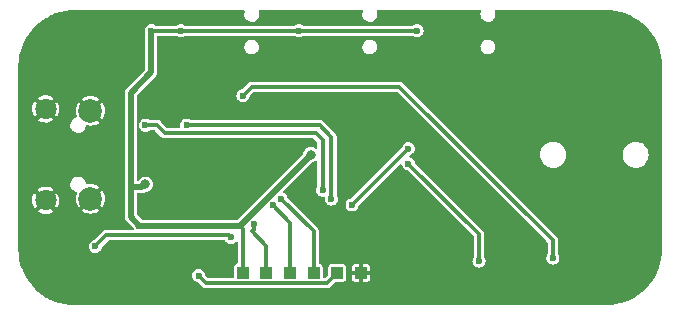
<source format=gbr>
%TF.GenerationSoftware,KiCad,Pcbnew,(6.0.0)*%
%TF.CreationDate,2022-01-19T15:31:05-06:00*%
%TF.ProjectId,microkfd,6d696372-6f6b-4666-942e-6b696361645f,C*%
%TF.SameCoordinates,Original*%
%TF.FileFunction,Copper,L2,Bot*%
%TF.FilePolarity,Positive*%
%FSLAX46Y46*%
G04 Gerber Fmt 4.6, Leading zero omitted, Abs format (unit mm)*
G04 Created by KiCad (PCBNEW (6.0.0)) date 2022-01-19 15:31:05*
%MOMM*%
%LPD*%
G01*
G04 APERTURE LIST*
%TA.AperFunction,ComponentPad*%
%ADD10C,2.000000*%
%TD*%
%TA.AperFunction,ComponentPad*%
%ADD11C,1.800000*%
%TD*%
%TA.AperFunction,SMDPad,CuDef*%
%ADD12R,1.000000X1.000000*%
%TD*%
%TA.AperFunction,ViaPad*%
%ADD13C,0.600000*%
%TD*%
%TA.AperFunction,ViaPad*%
%ADD14C,0.800000*%
%TD*%
%TA.AperFunction,Conductor*%
%ADD15C,0.375000*%
%TD*%
%TA.AperFunction,Conductor*%
%ADD16C,0.500000*%
%TD*%
G04 APERTURE END LIST*
D10*
%TO.P,J1,6,Shield*%
%TO.N,GND*%
X96350000Y-96275000D03*
X96350000Y-103725000D03*
D11*
X92550000Y-96125000D03*
X92550000Y-103875000D03*
%TD*%
D12*
%TO.P,TP1,1,1*%
%TO.N,MOSI*%
X113250000Y-110000000D03*
%TD*%
%TO.P,TP2,1,1*%
%TO.N,SCK*%
X115250000Y-110000000D03*
%TD*%
%TO.P,TP3,1,1*%
%TO.N,MISO*%
X111250000Y-110000000D03*
%TD*%
%TO.P,TP4,1,1*%
%TO.N,RST*%
X117250000Y-110000000D03*
%TD*%
%TO.P,TP5,1,1*%
%TO.N,+5V*%
X109250000Y-110000000D03*
%TD*%
%TO.P,TP6,1,1*%
%TO.N,GND*%
X119250000Y-110000000D03*
%TD*%
D13*
%TO.N,DATA_IN*%
X118500000Y-104250000D03*
X123250000Y-99500000D03*
%TO.N,GND*%
X144000000Y-92250000D03*
X140500000Y-88250000D03*
X142500000Y-89000000D03*
X143250000Y-90000000D03*
X143750000Y-91000000D03*
X141500000Y-88500000D03*
X116000000Y-96750000D03*
X111000000Y-90250000D03*
X139000000Y-112250000D03*
X120250000Y-106250000D03*
X142250000Y-111500000D03*
X141250000Y-112000000D03*
X106000000Y-112250000D03*
X121250000Y-106250000D03*
X119000000Y-97500000D03*
X106250000Y-93250000D03*
X132000000Y-112250000D03*
X93500000Y-88500000D03*
X144000000Y-100500000D03*
X140000000Y-112250000D03*
X137000000Y-112250000D03*
X134000000Y-112250000D03*
X137500000Y-88250000D03*
X117500000Y-96000000D03*
X114500000Y-96000000D03*
X119000000Y-99500000D03*
X100250000Y-107500000D03*
X134500000Y-88250000D03*
X105250000Y-93250000D03*
X143750000Y-109750000D03*
X130000000Y-112250000D03*
X119000000Y-101500000D03*
X91000000Y-107250000D03*
X107250000Y-93250000D03*
X121000000Y-90250000D03*
X112750000Y-99250000D03*
X131000000Y-90250000D03*
X104000000Y-112250000D03*
X108000000Y-112250000D03*
X144000000Y-99500000D03*
X113500000Y-96000000D03*
X127000000Y-112250000D03*
X144000000Y-107500000D03*
X91000000Y-108250000D03*
X119000000Y-100500000D03*
X128000000Y-112250000D03*
X91000000Y-101500000D03*
X121250000Y-105250000D03*
X105000000Y-112250000D03*
X111250000Y-100000000D03*
X96250000Y-93500000D03*
X91000000Y-99500000D03*
X144000000Y-102500000D03*
X114000000Y-96750000D03*
X144000000Y-106500000D03*
X99000000Y-112250000D03*
X97500000Y-93500000D03*
X116500000Y-96000000D03*
X102500000Y-102250000D03*
X102500000Y-88250000D03*
X91250000Y-109500000D03*
X103500000Y-88250000D03*
X120250000Y-105250000D03*
X135000000Y-112250000D03*
X139500000Y-88250000D03*
X122000000Y-112250000D03*
X107000000Y-112250000D03*
X144000000Y-93500000D03*
X144000000Y-108750000D03*
X144000000Y-105500000D03*
X118250000Y-99000000D03*
X103250000Y-93250000D03*
X104250000Y-93250000D03*
X121000000Y-112250000D03*
X118250000Y-100000000D03*
X92500000Y-89000000D03*
X104500000Y-102250000D03*
X144000000Y-103500000D03*
X133000000Y-112250000D03*
X95500000Y-88250000D03*
X94750000Y-100750000D03*
X125000000Y-112250000D03*
X91750000Y-89750000D03*
X109000000Y-90250000D03*
X91000000Y-91750000D03*
X102000000Y-112250000D03*
X91000000Y-106250000D03*
X138500000Y-88250000D03*
X91250000Y-90750000D03*
X103000000Y-101500000D03*
X123000000Y-112250000D03*
X135500000Y-88250000D03*
X94500000Y-88250000D03*
X131000000Y-112250000D03*
X101500000Y-88250000D03*
X98750000Y-93500000D03*
X144000000Y-104500000D03*
X129000000Y-90250000D03*
X119000000Y-112250000D03*
X126000000Y-112250000D03*
X118250000Y-101000000D03*
X115500000Y-96000000D03*
X105500000Y-102250000D03*
X124000000Y-112250000D03*
X119000000Y-90250000D03*
X96000000Y-112250000D03*
X105000000Y-101500000D03*
X118250000Y-98000000D03*
X91000000Y-102500000D03*
X91000000Y-93750000D03*
X118250000Y-102000000D03*
X129000000Y-112250000D03*
X104000000Y-101500000D03*
X91000000Y-97500000D03*
X136000000Y-112250000D03*
X101000000Y-112250000D03*
X103000000Y-112250000D03*
X91000000Y-92750000D03*
X119000000Y-98500000D03*
X143250000Y-110750000D03*
X138000000Y-112250000D03*
X109000000Y-112250000D03*
X94750000Y-103750000D03*
X117000000Y-96750000D03*
X91000000Y-100500000D03*
X100000000Y-112250000D03*
X91000000Y-98500000D03*
X110750000Y-99250000D03*
X96500000Y-88250000D03*
X115000000Y-96750000D03*
X97000000Y-112250000D03*
X111750000Y-93000000D03*
X136500000Y-88250000D03*
X144000000Y-98500000D03*
X120000000Y-112250000D03*
X98000000Y-112250000D03*
X111750000Y-99250000D03*
X144000000Y-101500000D03*
X103500000Y-102250000D03*
X95000000Y-112250000D03*
X112250000Y-100000000D03*
%TO.N,+5V*%
X124000000Y-89500000D03*
X114000000Y-89500000D03*
X101500000Y-89500000D03*
X100500000Y-106000000D03*
D14*
X115000000Y-100000000D03*
X101000000Y-102500000D03*
D13*
X104000000Y-89500000D03*
%TO.N,I2C_SDA*%
X116750000Y-103750000D03*
X104500000Y-97500000D03*
%TO.N,I2C_SCL*%
X116000000Y-103000000D03*
X101000000Y-97500000D03*
%TO.N,LED_PWR*%
X108250000Y-107000000D03*
X96750000Y-107750000D03*
%TO.N,LED_SNS*%
X129250000Y-109000000D03*
X123250000Y-100750000D03*
%TO.N,LED_ACT*%
X109250000Y-95000000D03*
X135500000Y-108750000D03*
%TO.N,MISO*%
X110155331Y-105905331D03*
%TO.N,SCK*%
X112477168Y-103727168D03*
%TO.N,MOSI*%
X111780331Y-104280331D03*
%TO.N,RST*%
X105500000Y-110250000D03*
%TD*%
D15*
%TO.N,DATA_IN*%
X123250000Y-99500000D02*
X118500000Y-104250000D01*
D16*
%TO.N,+5V*%
X101500000Y-93000000D02*
X99750000Y-94750000D01*
X109000000Y-106000000D02*
X115000000Y-100000000D01*
X99750000Y-94750000D02*
X99750000Y-102750000D01*
X99750000Y-105250000D02*
X100500000Y-106000000D01*
X99750000Y-102750000D02*
X100750000Y-102750000D01*
D15*
X114000000Y-89500000D02*
X124000000Y-89500000D01*
X109250000Y-106250000D02*
X109000000Y-106000000D01*
X104500000Y-89500000D02*
X114000000Y-89500000D01*
D16*
X100750000Y-102750000D02*
X101000000Y-102500000D01*
D15*
X104500000Y-89500000D02*
X101500000Y-89500000D01*
D16*
X99750000Y-102750000D02*
X99750000Y-105250000D01*
D15*
X109250000Y-110000000D02*
X109250000Y-106250000D01*
D16*
X101500000Y-89500000D02*
X101500000Y-93000000D01*
X100500000Y-106000000D02*
X109000000Y-106000000D01*
D15*
%TO.N,I2C_SDA*%
X116750000Y-103750000D02*
X116750000Y-98500000D01*
X116750000Y-98500000D02*
X115750000Y-97500000D01*
X115750000Y-97500000D02*
X104500000Y-97500000D01*
%TO.N,I2C_SCL*%
X102687501Y-98187501D02*
X102000000Y-97500000D01*
X116000000Y-98750000D02*
X115437501Y-98187501D01*
X102000000Y-97500000D02*
X101000000Y-97500000D01*
X115437501Y-98187501D02*
X102687501Y-98187501D01*
X116000000Y-103000000D02*
X116000000Y-98750000D01*
%TO.N,LED_PWR*%
X108062499Y-106812499D02*
X108250000Y-107000000D01*
X97687501Y-106812499D02*
X108062499Y-106812499D01*
X96750000Y-107750000D02*
X97687501Y-106812499D01*
%TO.N,LED_SNS*%
X129250000Y-106750000D02*
X129250000Y-109000000D01*
X123250000Y-100750000D02*
X129250000Y-106750000D01*
%TO.N,LED_ACT*%
X122500000Y-94250000D02*
X135500000Y-107250000D01*
X109250000Y-95000000D02*
X110000000Y-94250000D01*
X110000000Y-94250000D02*
X122500000Y-94250000D01*
X135500000Y-107250000D02*
X135500000Y-108750000D01*
%TO.N,MISO*%
X110155331Y-106344669D02*
X110000000Y-106500000D01*
X110155331Y-105905331D02*
X110155331Y-106344669D01*
X111250000Y-110000000D02*
X111250000Y-107750000D01*
X111250000Y-107750000D02*
X110000000Y-106500000D01*
%TO.N,SCK*%
X115250000Y-110000000D02*
X115250000Y-106500000D01*
X115250000Y-106500000D02*
X112477168Y-103727168D01*
%TO.N,MOSI*%
X113250000Y-110000000D02*
X113250000Y-105750000D01*
X113250000Y-105750000D02*
X111780331Y-104280331D01*
%TO.N,RST*%
X116362499Y-110887501D02*
X106137501Y-110887501D01*
X117250000Y-110000000D02*
X116362499Y-110887501D01*
X106137501Y-110887501D02*
X105500000Y-110250000D01*
%TD*%
%TA.AperFunction,Conductor*%
%TO.N,GND*%
G36*
X109387361Y-87768907D02*
G01*
X109423325Y-87818407D01*
X109423325Y-87879593D01*
X109418748Y-87891152D01*
X109403037Y-87924540D01*
X109400386Y-87930174D01*
X109370773Y-88085412D01*
X109380696Y-88243138D01*
X109429533Y-88393441D01*
X109432871Y-88398701D01*
X109432872Y-88398703D01*
X109510877Y-88521619D01*
X109514214Y-88526877D01*
X109629418Y-88635062D01*
X109634881Y-88638065D01*
X109634882Y-88638066D01*
X109762450Y-88708197D01*
X109762454Y-88708198D01*
X109767908Y-88711197D01*
X109773934Y-88712744D01*
X109773936Y-88712745D01*
X109914946Y-88748951D01*
X109914950Y-88748952D01*
X109920981Y-88750500D01*
X110039350Y-88750500D01*
X110156792Y-88735664D01*
X110303732Y-88677486D01*
X110394330Y-88611663D01*
X110426551Y-88588253D01*
X110426552Y-88588252D01*
X110431587Y-88584594D01*
X110435553Y-88579800D01*
X110435556Y-88579797D01*
X110528354Y-88467622D01*
X110532324Y-88462823D01*
X110599614Y-88319826D01*
X110629227Y-88164588D01*
X110619304Y-88006862D01*
X110577951Y-87879592D01*
X110577950Y-87818408D01*
X110613914Y-87768908D01*
X110672105Y-87750000D01*
X119329170Y-87750000D01*
X119387361Y-87768907D01*
X119423325Y-87818407D01*
X119423325Y-87879593D01*
X119418748Y-87891152D01*
X119403037Y-87924540D01*
X119400386Y-87930174D01*
X119370773Y-88085412D01*
X119380696Y-88243138D01*
X119429533Y-88393441D01*
X119432871Y-88398701D01*
X119432872Y-88398703D01*
X119510877Y-88521619D01*
X119514214Y-88526877D01*
X119629418Y-88635062D01*
X119634881Y-88638065D01*
X119634882Y-88638066D01*
X119762450Y-88708197D01*
X119762454Y-88708198D01*
X119767908Y-88711197D01*
X119773934Y-88712744D01*
X119773936Y-88712745D01*
X119914946Y-88748951D01*
X119914950Y-88748952D01*
X119920981Y-88750500D01*
X120039350Y-88750500D01*
X120156792Y-88735664D01*
X120303732Y-88677486D01*
X120394330Y-88611663D01*
X120426551Y-88588253D01*
X120426552Y-88588252D01*
X120431587Y-88584594D01*
X120435553Y-88579800D01*
X120435556Y-88579797D01*
X120528354Y-88467622D01*
X120532324Y-88462823D01*
X120599614Y-88319826D01*
X120629227Y-88164588D01*
X120619304Y-88006862D01*
X120577951Y-87879592D01*
X120577950Y-87818408D01*
X120613914Y-87768908D01*
X120672105Y-87750000D01*
X129329170Y-87750000D01*
X129387361Y-87768907D01*
X129423325Y-87818407D01*
X129423325Y-87879593D01*
X129418748Y-87891152D01*
X129403037Y-87924540D01*
X129400386Y-87930174D01*
X129370773Y-88085412D01*
X129380696Y-88243138D01*
X129429533Y-88393441D01*
X129432871Y-88398701D01*
X129432872Y-88398703D01*
X129510877Y-88521619D01*
X129514214Y-88526877D01*
X129629418Y-88635062D01*
X129634881Y-88638065D01*
X129634882Y-88638066D01*
X129762450Y-88708197D01*
X129762454Y-88708198D01*
X129767908Y-88711197D01*
X129773934Y-88712744D01*
X129773936Y-88712745D01*
X129914946Y-88748951D01*
X129914950Y-88748952D01*
X129920981Y-88750500D01*
X130039350Y-88750500D01*
X130156792Y-88735664D01*
X130303732Y-88677486D01*
X130394330Y-88611663D01*
X130426551Y-88588253D01*
X130426552Y-88588252D01*
X130431587Y-88584594D01*
X130435553Y-88579800D01*
X130435556Y-88579797D01*
X130528354Y-88467622D01*
X130532324Y-88462823D01*
X130599614Y-88319826D01*
X130629227Y-88164588D01*
X130619304Y-88006862D01*
X130577951Y-87879592D01*
X130577950Y-87818408D01*
X130613914Y-87768908D01*
X130672105Y-87750000D01*
X139965624Y-87750000D01*
X139984938Y-87751902D01*
X140000000Y-87754898D01*
X140009563Y-87752996D01*
X140011286Y-87752996D01*
X140032114Y-87751403D01*
X140409674Y-87767887D01*
X140418278Y-87768640D01*
X140820545Y-87821599D01*
X140829051Y-87823099D01*
X141225168Y-87910916D01*
X141233509Y-87913151D01*
X141620481Y-88035163D01*
X141628583Y-88038111D01*
X141907585Y-88153678D01*
X142003446Y-88193385D01*
X142011273Y-88197035D01*
X142371171Y-88384386D01*
X142378631Y-88388692D01*
X142691878Y-88588253D01*
X142720848Y-88606709D01*
X142727922Y-88611663D01*
X143049815Y-88858660D01*
X143056419Y-88864201D01*
X143355578Y-89138330D01*
X143361670Y-89144422D01*
X143635799Y-89443581D01*
X143641338Y-89450183D01*
X143776299Y-89626067D01*
X143888337Y-89772078D01*
X143893290Y-89779151D01*
X144111308Y-90121369D01*
X144115614Y-90128829D01*
X144200453Y-90291803D01*
X144302965Y-90488727D01*
X144306615Y-90496554D01*
X144449548Y-90841623D01*
X144461886Y-90871410D01*
X144464837Y-90879519D01*
X144569069Y-91210099D01*
X144586849Y-91266490D01*
X144589084Y-91274832D01*
X144676901Y-91670949D01*
X144678401Y-91679455D01*
X144731360Y-92081722D01*
X144732113Y-92090326D01*
X144748597Y-92467886D01*
X144747004Y-92488714D01*
X144747004Y-92490437D01*
X144745102Y-92500000D01*
X144747004Y-92509562D01*
X144748098Y-92515062D01*
X144750000Y-92534376D01*
X144750000Y-107965624D01*
X144748098Y-107984938D01*
X144745102Y-108000000D01*
X144747004Y-108009563D01*
X144747004Y-108011286D01*
X144748597Y-108032114D01*
X144732113Y-108409674D01*
X144731360Y-108418278D01*
X144678401Y-108820545D01*
X144676901Y-108829051D01*
X144589084Y-109225168D01*
X144586849Y-109233509D01*
X144508077Y-109483345D01*
X144464840Y-109620474D01*
X144461889Y-109628583D01*
X144389122Y-109804257D01*
X144306615Y-110003446D01*
X144302965Y-110011273D01*
X144115614Y-110371171D01*
X144111308Y-110378631D01*
X143943127Y-110642621D01*
X143893291Y-110720848D01*
X143888337Y-110727922D01*
X143641340Y-111049815D01*
X143635799Y-111056419D01*
X143361670Y-111355578D01*
X143355578Y-111361670D01*
X143056419Y-111635799D01*
X143049815Y-111641340D01*
X142727922Y-111888337D01*
X142720849Y-111893290D01*
X142378631Y-112111308D01*
X142371171Y-112115614D01*
X142070212Y-112272283D01*
X142011273Y-112302965D01*
X142003446Y-112306615D01*
X141628583Y-112461889D01*
X141620481Y-112464837D01*
X141233510Y-112586849D01*
X141225168Y-112589084D01*
X140829051Y-112676901D01*
X140820545Y-112678401D01*
X140418278Y-112731360D01*
X140409674Y-112732113D01*
X140032114Y-112748597D01*
X140011286Y-112747004D01*
X140009563Y-112747004D01*
X140000000Y-112745102D01*
X139990438Y-112747004D01*
X139984938Y-112748098D01*
X139965624Y-112750000D01*
X95034376Y-112750000D01*
X95015062Y-112748098D01*
X95009562Y-112747004D01*
X95000000Y-112745102D01*
X94990437Y-112747004D01*
X94988714Y-112747004D01*
X94967886Y-112748597D01*
X94590326Y-112732113D01*
X94581722Y-112731360D01*
X94179455Y-112678401D01*
X94170949Y-112676901D01*
X93774832Y-112589084D01*
X93766490Y-112586849D01*
X93379519Y-112464837D01*
X93371417Y-112461889D01*
X92996554Y-112306615D01*
X92988727Y-112302965D01*
X92929788Y-112272283D01*
X92628829Y-112115614D01*
X92621369Y-112111308D01*
X92279151Y-111893290D01*
X92272078Y-111888337D01*
X91950185Y-111641340D01*
X91943581Y-111635799D01*
X91644422Y-111361670D01*
X91638330Y-111355578D01*
X91364201Y-111056419D01*
X91358660Y-111049815D01*
X91111663Y-110727922D01*
X91106709Y-110720848D01*
X91056873Y-110642621D01*
X90888692Y-110378631D01*
X90884386Y-110371171D01*
X90697035Y-110011273D01*
X90693385Y-110003446D01*
X90610878Y-109804257D01*
X90538111Y-109628583D01*
X90535160Y-109620474D01*
X90491924Y-109483345D01*
X90413151Y-109233509D01*
X90410916Y-109225168D01*
X90323099Y-108829051D01*
X90321599Y-108820545D01*
X90268640Y-108418278D01*
X90267887Y-108409674D01*
X90251403Y-108032114D01*
X90252996Y-108011286D01*
X90252996Y-108009563D01*
X90254898Y-108000000D01*
X90251902Y-107984938D01*
X90250000Y-107965624D01*
X90250000Y-107750000D01*
X96194750Y-107750000D01*
X96195597Y-107756433D01*
X96198947Y-107781875D01*
X96213670Y-107893709D01*
X96269139Y-108027625D01*
X96357379Y-108142621D01*
X96472375Y-108230861D01*
X96606291Y-108286330D01*
X96612720Y-108287176D01*
X96612722Y-108287177D01*
X96743567Y-108304403D01*
X96750000Y-108305250D01*
X96756433Y-108304403D01*
X96887278Y-108287177D01*
X96887280Y-108287176D01*
X96893709Y-108286330D01*
X97027625Y-108230861D01*
X97142621Y-108142621D01*
X97230861Y-108027625D01*
X97286330Y-107893709D01*
X97291133Y-107857225D01*
X97319282Y-107800144D01*
X97839930Y-107279495D01*
X97894447Y-107251718D01*
X97909934Y-107250499D01*
X107699503Y-107250499D01*
X107757694Y-107269406D01*
X107778045Y-107289232D01*
X107853425Y-107387469D01*
X107853428Y-107387472D01*
X107857379Y-107392621D01*
X107972375Y-107480861D01*
X108106291Y-107536330D01*
X108112720Y-107537176D01*
X108112722Y-107537177D01*
X108222221Y-107551593D01*
X108241896Y-107554183D01*
X108243567Y-107554403D01*
X108250000Y-107555250D01*
X108256433Y-107554403D01*
X108258105Y-107554183D01*
X108277779Y-107551593D01*
X108387278Y-107537177D01*
X108387280Y-107537176D01*
X108393709Y-107536330D01*
X108527625Y-107480861D01*
X108642621Y-107392621D01*
X108644362Y-107390352D01*
X108697513Y-107363271D01*
X108757945Y-107372842D01*
X108801210Y-107416107D01*
X108812000Y-107461052D01*
X108812000Y-109151714D01*
X108793093Y-109209905D01*
X108743593Y-109245869D01*
X108726229Y-109249500D01*
X108725326Y-109249500D01*
X108720557Y-109250449D01*
X108720553Y-109250449D01*
X108666308Y-109261240D01*
X108652260Y-109264034D01*
X108569399Y-109319399D01*
X108514034Y-109402260D01*
X108499500Y-109475326D01*
X108499500Y-110350501D01*
X108480593Y-110408692D01*
X108431093Y-110444656D01*
X108400500Y-110449501D01*
X106359934Y-110449501D01*
X106301743Y-110430594D01*
X106289930Y-110420505D01*
X106069282Y-110199857D01*
X106041133Y-110142775D01*
X106037177Y-110112722D01*
X106037176Y-110112720D01*
X106036330Y-110106291D01*
X105980861Y-109972375D01*
X105892621Y-109857379D01*
X105777625Y-109769139D01*
X105643709Y-109713670D01*
X105637280Y-109712824D01*
X105637278Y-109712823D01*
X105506433Y-109695597D01*
X105500000Y-109694750D01*
X105493567Y-109695597D01*
X105362722Y-109712823D01*
X105362720Y-109712824D01*
X105356291Y-109713670D01*
X105222375Y-109769139D01*
X105107379Y-109857379D01*
X105019139Y-109972375D01*
X104963670Y-110106291D01*
X104962824Y-110112720D01*
X104962823Y-110112722D01*
X104954480Y-110176095D01*
X104944750Y-110250000D01*
X104963670Y-110393709D01*
X105019139Y-110527625D01*
X105107379Y-110642621D01*
X105222375Y-110730861D01*
X105356291Y-110786330D01*
X105362720Y-110787176D01*
X105362722Y-110787177D01*
X105380692Y-110789542D01*
X105392775Y-110791133D01*
X105449856Y-110819282D01*
X105805252Y-111174678D01*
X105812993Y-111183390D01*
X105829701Y-111204584D01*
X105829704Y-111204587D01*
X105834283Y-111210395D01*
X105840370Y-111214602D01*
X105840371Y-111214603D01*
X105881500Y-111243029D01*
X105884031Y-111244837D01*
X105930233Y-111278963D01*
X105936857Y-111281289D01*
X105942631Y-111285280D01*
X105949682Y-111287510D01*
X105949684Y-111287511D01*
X105997388Y-111302598D01*
X106000336Y-111303582D01*
X106047514Y-111320149D01*
X106047518Y-111320150D01*
X106054501Y-111322602D01*
X106060491Y-111322838D01*
X106062826Y-111323293D01*
X106068209Y-111324995D01*
X106074639Y-111325501D01*
X106126330Y-111325501D01*
X106130218Y-111325577D01*
X106186108Y-111327773D01*
X106192731Y-111326017D01*
X106202107Y-111325501D01*
X116330624Y-111325501D01*
X116342260Y-111326187D01*
X116376412Y-111330229D01*
X116432881Y-111319916D01*
X116435928Y-111319409D01*
X116492743Y-111310867D01*
X116499071Y-111307828D01*
X116505977Y-111306567D01*
X116512546Y-111303155D01*
X116512548Y-111303154D01*
X116556950Y-111280089D01*
X116559679Y-111278725D01*
X116611472Y-111253854D01*
X116615876Y-111249783D01*
X116617843Y-111248458D01*
X116622857Y-111245853D01*
X116627762Y-111241664D01*
X116664329Y-111205097D01*
X116667131Y-111202403D01*
X116692662Y-111178802D01*
X116708188Y-111164450D01*
X116711628Y-111158527D01*
X116717894Y-111151532D01*
X117089928Y-110779497D01*
X117144445Y-110751719D01*
X117159932Y-110750500D01*
X117774674Y-110750500D01*
X117847740Y-110735966D01*
X117930601Y-110680601D01*
X117985966Y-110597740D01*
X118000500Y-110524674D01*
X118000500Y-110519766D01*
X118500000Y-110519766D01*
X118500948Y-110529388D01*
X118512603Y-110587983D01*
X118519922Y-110605651D01*
X118564341Y-110672130D01*
X118577870Y-110685659D01*
X118644349Y-110730078D01*
X118662017Y-110737397D01*
X118720612Y-110749052D01*
X118730234Y-110750000D01*
X119046820Y-110750000D01*
X119059505Y-110745878D01*
X119062500Y-110741757D01*
X119062500Y-110734320D01*
X119437500Y-110734320D01*
X119441622Y-110747005D01*
X119445743Y-110750000D01*
X119769766Y-110750000D01*
X119779388Y-110749052D01*
X119837983Y-110737397D01*
X119855651Y-110730078D01*
X119922130Y-110685659D01*
X119935659Y-110672130D01*
X119980078Y-110605651D01*
X119987397Y-110587983D01*
X119999052Y-110529388D01*
X120000000Y-110519766D01*
X120000000Y-110203180D01*
X119995878Y-110190495D01*
X119991757Y-110187500D01*
X119453180Y-110187500D01*
X119440495Y-110191622D01*
X119437500Y-110195743D01*
X119437500Y-110734320D01*
X119062500Y-110734320D01*
X119062500Y-110203180D01*
X119058378Y-110190495D01*
X119054257Y-110187500D01*
X118515680Y-110187500D01*
X118502995Y-110191622D01*
X118500000Y-110195743D01*
X118500000Y-110519766D01*
X118000500Y-110519766D01*
X118000500Y-109796820D01*
X118500000Y-109796820D01*
X118504122Y-109809505D01*
X118508243Y-109812500D01*
X119046820Y-109812500D01*
X119059505Y-109808378D01*
X119062500Y-109804257D01*
X119062500Y-109796820D01*
X119437500Y-109796820D01*
X119441622Y-109809505D01*
X119445743Y-109812500D01*
X119984320Y-109812500D01*
X119997005Y-109808378D01*
X120000000Y-109804257D01*
X120000000Y-109480234D01*
X119999052Y-109470612D01*
X119987397Y-109412017D01*
X119980078Y-109394349D01*
X119935659Y-109327870D01*
X119922130Y-109314341D01*
X119855651Y-109269922D01*
X119837983Y-109262603D01*
X119779388Y-109250948D01*
X119769766Y-109250000D01*
X119453180Y-109250000D01*
X119440495Y-109254122D01*
X119437500Y-109258243D01*
X119437500Y-109796820D01*
X119062500Y-109796820D01*
X119062500Y-109265680D01*
X119058378Y-109252995D01*
X119054257Y-109250000D01*
X118730234Y-109250000D01*
X118720612Y-109250948D01*
X118662017Y-109262603D01*
X118644349Y-109269922D01*
X118577870Y-109314341D01*
X118564341Y-109327870D01*
X118519922Y-109394349D01*
X118512603Y-109412017D01*
X118500948Y-109470612D01*
X118500000Y-109480234D01*
X118500000Y-109796820D01*
X118000500Y-109796820D01*
X118000500Y-109475326D01*
X117985966Y-109402260D01*
X117930601Y-109319399D01*
X117847740Y-109264034D01*
X117774674Y-109249500D01*
X116725326Y-109249500D01*
X116652260Y-109264034D01*
X116569399Y-109319399D01*
X116514034Y-109402260D01*
X116499500Y-109475326D01*
X116499500Y-110090067D01*
X116480593Y-110148258D01*
X116470504Y-110160071D01*
X116210070Y-110420505D01*
X116155553Y-110448282D01*
X116140066Y-110449501D01*
X116099500Y-110449501D01*
X116041309Y-110430594D01*
X116005345Y-110381094D01*
X116000500Y-110350501D01*
X116000500Y-109475326D01*
X115985966Y-109402260D01*
X115930601Y-109319399D01*
X115847740Y-109264034D01*
X115833692Y-109261240D01*
X115779447Y-109250449D01*
X115779443Y-109250449D01*
X115776398Y-109249843D01*
X115776396Y-109249842D01*
X115774674Y-109249500D01*
X115774749Y-109249122D01*
X115721242Y-109225720D01*
X115690301Y-109172934D01*
X115688000Y-109151714D01*
X115688000Y-106531875D01*
X115688686Y-106520239D01*
X115691523Y-106496265D01*
X115692728Y-106486087D01*
X115682415Y-106429618D01*
X115681907Y-106426566D01*
X115681013Y-106420621D01*
X115673366Y-106369756D01*
X115670327Y-106363428D01*
X115669066Y-106356522D01*
X115642588Y-106305549D01*
X115641224Y-106302820D01*
X115616353Y-106251027D01*
X115612280Y-106246621D01*
X115610958Y-106244659D01*
X115608352Y-106239642D01*
X115604163Y-106234738D01*
X115567607Y-106198182D01*
X115564913Y-106195379D01*
X115531975Y-106159747D01*
X115531971Y-106159744D01*
X115526949Y-106154311D01*
X115521026Y-106150870D01*
X115514028Y-106144603D01*
X113046450Y-103677025D01*
X113018301Y-103619943D01*
X113017351Y-103612722D01*
X113013498Y-103583459D01*
X112958029Y-103449543D01*
X112869789Y-103334547D01*
X112754793Y-103246307D01*
X112748799Y-103243824D01*
X112748795Y-103243822D01*
X112684295Y-103217106D01*
X112637769Y-103177370D01*
X112623485Y-103117875D01*
X112646900Y-103061347D01*
X112652176Y-103055638D01*
X115032313Y-100675501D01*
X115080215Y-100649004D01*
X115216149Y-100617871D01*
X115216151Y-100617870D01*
X115221968Y-100616538D01*
X115227299Y-100613857D01*
X115357299Y-100548474D01*
X115357301Y-100548473D01*
X115362625Y-100545795D01*
X115398705Y-100514980D01*
X115455233Y-100491565D01*
X115514728Y-100505849D01*
X115554464Y-100552375D01*
X115562000Y-100590260D01*
X115562000Y-102632911D01*
X115541542Y-102693179D01*
X115519139Y-102722375D01*
X115463670Y-102856291D01*
X115462824Y-102862720D01*
X115462823Y-102862722D01*
X115454992Y-102922202D01*
X115444750Y-103000000D01*
X115445597Y-103006433D01*
X115462533Y-103135071D01*
X115463670Y-103143709D01*
X115519139Y-103277625D01*
X115607379Y-103392621D01*
X115722375Y-103480861D01*
X115856291Y-103536330D01*
X115862720Y-103537176D01*
X115862722Y-103537177D01*
X115972221Y-103551593D01*
X115988334Y-103553714D01*
X115993567Y-103554403D01*
X116000000Y-103555250D01*
X116006433Y-103554403D01*
X116006434Y-103554403D01*
X116096361Y-103542564D01*
X116156522Y-103553714D01*
X116198639Y-103598097D01*
X116207436Y-103653639D01*
X116199533Y-103713670D01*
X116194750Y-103750000D01*
X116195597Y-103756433D01*
X116211591Y-103877914D01*
X116213670Y-103893709D01*
X116269139Y-104027625D01*
X116357379Y-104142621D01*
X116472375Y-104230861D01*
X116606291Y-104286330D01*
X116612720Y-104287176D01*
X116612722Y-104287177D01*
X116743567Y-104304403D01*
X116750000Y-104305250D01*
X116756433Y-104304403D01*
X116887278Y-104287177D01*
X116887280Y-104287176D01*
X116893709Y-104286330D01*
X116981419Y-104250000D01*
X117944750Y-104250000D01*
X117963670Y-104393709D01*
X118019139Y-104527625D01*
X118107379Y-104642621D01*
X118222375Y-104730861D01*
X118356291Y-104786330D01*
X118362720Y-104787176D01*
X118362722Y-104787177D01*
X118493567Y-104804403D01*
X118500000Y-104805250D01*
X118506433Y-104804403D01*
X118637278Y-104787177D01*
X118637280Y-104787176D01*
X118643709Y-104786330D01*
X118777625Y-104730861D01*
X118892621Y-104642621D01*
X118980861Y-104527625D01*
X119036330Y-104393709D01*
X119041133Y-104357225D01*
X119069282Y-104300144D01*
X122544034Y-100825392D01*
X122598551Y-100797615D01*
X122658983Y-100807186D01*
X122702248Y-100850451D01*
X122712191Y-100882475D01*
X122713670Y-100893709D01*
X122769139Y-101027625D01*
X122857379Y-101142621D01*
X122972375Y-101230861D01*
X123106291Y-101286330D01*
X123112720Y-101287176D01*
X123112722Y-101287177D01*
X123130692Y-101289542D01*
X123142775Y-101291133D01*
X123199856Y-101319282D01*
X128783004Y-106902430D01*
X128810781Y-106956947D01*
X128812000Y-106972434D01*
X128812000Y-108632911D01*
X128791542Y-108693179D01*
X128769139Y-108722375D01*
X128713670Y-108856291D01*
X128712824Y-108862720D01*
X128712823Y-108862722D01*
X128698407Y-108972221D01*
X128694750Y-109000000D01*
X128713670Y-109143709D01*
X128769139Y-109277625D01*
X128857379Y-109392621D01*
X128972375Y-109480861D01*
X129106291Y-109536330D01*
X129112720Y-109537176D01*
X129112722Y-109537177D01*
X129243567Y-109554403D01*
X129250000Y-109555250D01*
X129256433Y-109554403D01*
X129387278Y-109537177D01*
X129387280Y-109537176D01*
X129393709Y-109536330D01*
X129527625Y-109480861D01*
X129642621Y-109392621D01*
X129730861Y-109277625D01*
X129786330Y-109143709D01*
X129805250Y-109000000D01*
X129801593Y-108972221D01*
X129787177Y-108862722D01*
X129787176Y-108862720D01*
X129786330Y-108856291D01*
X129730861Y-108722375D01*
X129708458Y-108693179D01*
X129688000Y-108632911D01*
X129688000Y-106781875D01*
X129688686Y-106770239D01*
X129691858Y-106743435D01*
X129692728Y-106736087D01*
X129682409Y-106679584D01*
X129681904Y-106676552D01*
X129674467Y-106627078D01*
X129674466Y-106627076D01*
X129673366Y-106619756D01*
X129670327Y-106613428D01*
X129669066Y-106606521D01*
X129642596Y-106555564D01*
X129641207Y-106552785D01*
X129619555Y-106507694D01*
X129619553Y-106507691D01*
X129616353Y-106501027D01*
X129612284Y-106496625D01*
X129610955Y-106494653D01*
X129608352Y-106489642D01*
X129604163Y-106484737D01*
X129567595Y-106448169D01*
X129564901Y-106445366D01*
X129531972Y-106409744D01*
X129531969Y-106409742D01*
X129526949Y-106404311D01*
X129521030Y-106400873D01*
X129514035Y-106394609D01*
X126673140Y-103553714D01*
X123819282Y-100699857D01*
X123791133Y-100642775D01*
X123787177Y-100612722D01*
X123787176Y-100612720D01*
X123786330Y-100606291D01*
X123730861Y-100472375D01*
X123642621Y-100357379D01*
X123527625Y-100269139D01*
X123400454Y-100216464D01*
X123353928Y-100176728D01*
X123339644Y-100117233D01*
X123363058Y-100060705D01*
X123400454Y-100033536D01*
X123527625Y-99980861D01*
X123642621Y-99892621D01*
X123730861Y-99777625D01*
X123786330Y-99643709D01*
X123787373Y-99635793D01*
X123804403Y-99506433D01*
X123805250Y-99500000D01*
X123791133Y-99392774D01*
X123787177Y-99362722D01*
X123787176Y-99362720D01*
X123786330Y-99356291D01*
X123730861Y-99222375D01*
X123642621Y-99107379D01*
X123527625Y-99019139D01*
X123393709Y-98963670D01*
X123387280Y-98962824D01*
X123387278Y-98962823D01*
X123256433Y-98945597D01*
X123250000Y-98944750D01*
X123243567Y-98945597D01*
X123112722Y-98962823D01*
X123112720Y-98962824D01*
X123106291Y-98963670D01*
X122972375Y-99019139D01*
X122857379Y-99107379D01*
X122769139Y-99222375D01*
X122713670Y-99356291D01*
X122709096Y-99391037D01*
X122708867Y-99392774D01*
X122680718Y-99449856D01*
X118449857Y-103680718D01*
X118392776Y-103708867D01*
X118379076Y-103710670D01*
X118362722Y-103712823D01*
X118362720Y-103712824D01*
X118356291Y-103713670D01*
X118222375Y-103769139D01*
X118107379Y-103857379D01*
X118019139Y-103972375D01*
X117963670Y-104106291D01*
X117944750Y-104250000D01*
X116981419Y-104250000D01*
X117027625Y-104230861D01*
X117142621Y-104142621D01*
X117230861Y-104027625D01*
X117286330Y-103893709D01*
X117288410Y-103877914D01*
X117304403Y-103756433D01*
X117305250Y-103750000D01*
X117296129Y-103680718D01*
X117287177Y-103612722D01*
X117287176Y-103612720D01*
X117286330Y-103606291D01*
X117230861Y-103472375D01*
X117208458Y-103443179D01*
X117188000Y-103382911D01*
X117188000Y-98531875D01*
X117188686Y-98520239D01*
X117189851Y-98510395D01*
X117192728Y-98486087D01*
X117182415Y-98429618D01*
X117181907Y-98426566D01*
X117174466Y-98377074D01*
X117173366Y-98369756D01*
X117170327Y-98363428D01*
X117169066Y-98356522D01*
X117142588Y-98305549D01*
X117141224Y-98302820D01*
X117116353Y-98251027D01*
X117112280Y-98246621D01*
X117110958Y-98244659D01*
X117108352Y-98239642D01*
X117104163Y-98234738D01*
X117067607Y-98198182D01*
X117064913Y-98195379D01*
X117031975Y-98159747D01*
X117031971Y-98159744D01*
X117026949Y-98154311D01*
X117021026Y-98150870D01*
X117014028Y-98144603D01*
X116082250Y-97212825D01*
X116074508Y-97204112D01*
X116057799Y-97182917D01*
X116053218Y-97177106D01*
X116005998Y-97144470D01*
X116003467Y-97142662D01*
X115996405Y-97137446D01*
X115957269Y-97108539D01*
X115950646Y-97106213D01*
X115944870Y-97102221D01*
X115937817Y-97099990D01*
X115937814Y-97099989D01*
X115890126Y-97084908D01*
X115887174Y-97083923D01*
X115839985Y-97067351D01*
X115839979Y-97067350D01*
X115833000Y-97064899D01*
X115827013Y-97064663D01*
X115824673Y-97064207D01*
X115819292Y-97062506D01*
X115812862Y-97062000D01*
X115761171Y-97062000D01*
X115757284Y-97061924D01*
X115756081Y-97061877D01*
X115701393Y-97059728D01*
X115694770Y-97061484D01*
X115685394Y-97062000D01*
X104867089Y-97062000D01*
X104806821Y-97041542D01*
X104782774Y-97023090D01*
X104777625Y-97019139D01*
X104643709Y-96963670D01*
X104637280Y-96962824D01*
X104637278Y-96962823D01*
X104506433Y-96945597D01*
X104500000Y-96944750D01*
X104493567Y-96945597D01*
X104362722Y-96962823D01*
X104362720Y-96962824D01*
X104356291Y-96963670D01*
X104222375Y-97019139D01*
X104107379Y-97107379D01*
X104019139Y-97222375D01*
X103963670Y-97356291D01*
X103944750Y-97500000D01*
X103945597Y-97506433D01*
X103962863Y-97637579D01*
X103951713Y-97697739D01*
X103907331Y-97739857D01*
X103864710Y-97749501D01*
X102909935Y-97749501D01*
X102851744Y-97730594D01*
X102839931Y-97720505D01*
X102332249Y-97212823D01*
X102324508Y-97204111D01*
X102307800Y-97182917D01*
X102307797Y-97182914D01*
X102303218Y-97177106D01*
X102255998Y-97144470D01*
X102253467Y-97142662D01*
X102246405Y-97137446D01*
X102207269Y-97108539D01*
X102200646Y-97106213D01*
X102194870Y-97102221D01*
X102187817Y-97099990D01*
X102187814Y-97099989D01*
X102140126Y-97084908D01*
X102137174Y-97083923D01*
X102089985Y-97067351D01*
X102089979Y-97067350D01*
X102083000Y-97064899D01*
X102077013Y-97064663D01*
X102074673Y-97064207D01*
X102069292Y-97062506D01*
X102062862Y-97062000D01*
X102011171Y-97062000D01*
X102007284Y-97061924D01*
X102006081Y-97061877D01*
X101951393Y-97059728D01*
X101944770Y-97061484D01*
X101935394Y-97062000D01*
X101367089Y-97062000D01*
X101306821Y-97041542D01*
X101282774Y-97023090D01*
X101277625Y-97019139D01*
X101143709Y-96963670D01*
X101137280Y-96962824D01*
X101137278Y-96962823D01*
X101006433Y-96945597D01*
X101000000Y-96944750D01*
X100993567Y-96945597D01*
X100862722Y-96962823D01*
X100862720Y-96962824D01*
X100856291Y-96963670D01*
X100722375Y-97019139D01*
X100607379Y-97107379D01*
X100519139Y-97222375D01*
X100463670Y-97356291D01*
X100462824Y-97362720D01*
X100462823Y-97362722D01*
X100447653Y-97477950D01*
X100438073Y-97498036D01*
X100447653Y-97522050D01*
X100463670Y-97643709D01*
X100519139Y-97777625D01*
X100607379Y-97892621D01*
X100722375Y-97980861D01*
X100856291Y-98036330D01*
X100862720Y-98037176D01*
X100862722Y-98037177D01*
X100993567Y-98054403D01*
X101000000Y-98055250D01*
X101006433Y-98054403D01*
X101137278Y-98037177D01*
X101137280Y-98037176D01*
X101143709Y-98036330D01*
X101277625Y-97980861D01*
X101306821Y-97958458D01*
X101367089Y-97938000D01*
X101777566Y-97938000D01*
X101835757Y-97956907D01*
X101847570Y-97966996D01*
X102355255Y-98474681D01*
X102362997Y-98483394D01*
X102379703Y-98504586D01*
X102379705Y-98504588D01*
X102384283Y-98510395D01*
X102390366Y-98514599D01*
X102390372Y-98514605D01*
X102431519Y-98543044D01*
X102434047Y-98544850D01*
X102480232Y-98578962D01*
X102486855Y-98581288D01*
X102492631Y-98585280D01*
X102499684Y-98587511D01*
X102499687Y-98587512D01*
X102547375Y-98602593D01*
X102550327Y-98603578D01*
X102597514Y-98620149D01*
X102597518Y-98620150D01*
X102604501Y-98622602D01*
X102610485Y-98622837D01*
X102612830Y-98623294D01*
X102618209Y-98624995D01*
X102624639Y-98625501D01*
X102676346Y-98625501D01*
X102680232Y-98625577D01*
X102728713Y-98627482D01*
X102728716Y-98627482D01*
X102736107Y-98627772D01*
X102742727Y-98626017D01*
X102752098Y-98625501D01*
X115215068Y-98625501D01*
X115273259Y-98644408D01*
X115285071Y-98654497D01*
X115533003Y-98902428D01*
X115560781Y-98956945D01*
X115562000Y-98972432D01*
X115562000Y-99408642D01*
X115543093Y-99466833D01*
X115493593Y-99502797D01*
X115432407Y-99502797D01*
X115397142Y-99482559D01*
X115378430Y-99465887D01*
X115378428Y-99465886D01*
X115373976Y-99461919D01*
X115351193Y-99449856D01*
X115240105Y-99391037D01*
X115240102Y-99391036D01*
X115234831Y-99388245D01*
X115133219Y-99362722D01*
X115087918Y-99351343D01*
X115087915Y-99351343D01*
X115082128Y-99349889D01*
X115002564Y-99349473D01*
X114930650Y-99349096D01*
X114930648Y-99349096D01*
X114924684Y-99349065D01*
X114771588Y-99385820D01*
X114727371Y-99408642D01*
X114636985Y-99455293D01*
X114636983Y-99455295D01*
X114631679Y-99458032D01*
X114513034Y-99561533D01*
X114422501Y-99690348D01*
X114365309Y-99837039D01*
X114364531Y-99842950D01*
X114364530Y-99842953D01*
X114356075Y-99907179D01*
X114327926Y-99964261D01*
X108821682Y-105470504D01*
X108767165Y-105498281D01*
X108751678Y-105499500D01*
X100749903Y-105499500D01*
X100712020Y-105491965D01*
X100709314Y-105490844D01*
X100677200Y-105469386D01*
X100279496Y-105071682D01*
X100251719Y-105017165D01*
X100250500Y-105001678D01*
X100250500Y-103349500D01*
X100269407Y-103291309D01*
X100318907Y-103255345D01*
X100349500Y-103250500D01*
X100682834Y-103250500D01*
X100695535Y-103251919D01*
X100695537Y-103251897D01*
X100702569Y-103252463D01*
X100709447Y-103254019D01*
X100763101Y-103250690D01*
X100769233Y-103250500D01*
X100785940Y-103250500D01*
X100789427Y-103250001D01*
X100789435Y-103250000D01*
X100797121Y-103248899D01*
X100805024Y-103248089D01*
X100845501Y-103245578D01*
X100845504Y-103245577D01*
X100852538Y-103245141D01*
X100859167Y-103242748D01*
X100859171Y-103242747D01*
X100862187Y-103241658D01*
X100881763Y-103236777D01*
X100882955Y-103236606D01*
X100884936Y-103236323D01*
X100884937Y-103236323D01*
X100891918Y-103235323D01*
X100898337Y-103232404D01*
X100898342Y-103232403D01*
X100935257Y-103215619D01*
X100942615Y-103212623D01*
X100956810Y-103207498D01*
X100987387Y-103196460D01*
X100995672Y-103190408D01*
X101013086Y-103180232D01*
X101022428Y-103175984D01*
X101027771Y-103171380D01*
X101033713Y-103167580D01*
X101034795Y-103169273D01*
X101069128Y-103154453D01*
X101068495Y-103151688D01*
X101216149Y-103117871D01*
X101216151Y-103117870D01*
X101221968Y-103116538D01*
X101227299Y-103113857D01*
X101357299Y-103048474D01*
X101357301Y-103048473D01*
X101362625Y-103045795D01*
X101482348Y-102943542D01*
X101550733Y-102848374D01*
X101570740Y-102820532D01*
X101570741Y-102820530D01*
X101574224Y-102815683D01*
X101586788Y-102784431D01*
X101630726Y-102675131D01*
X101630727Y-102675129D01*
X101632950Y-102669598D01*
X101637047Y-102640815D01*
X101654678Y-102516929D01*
X101654678Y-102516925D01*
X101655134Y-102513723D01*
X101655278Y-102500000D01*
X101641162Y-102383352D01*
X101637080Y-102349616D01*
X101637079Y-102349613D01*
X101636363Y-102343694D01*
X101580710Y-102196412D01*
X101491531Y-102066657D01*
X101487078Y-102062690D01*
X101487075Y-102062686D01*
X101382543Y-101969552D01*
X101373976Y-101961919D01*
X101361462Y-101955293D01*
X101240105Y-101891037D01*
X101240102Y-101891036D01*
X101234831Y-101888245D01*
X101151134Y-101867222D01*
X101087918Y-101851343D01*
X101087915Y-101851343D01*
X101082128Y-101849889D01*
X101002564Y-101849473D01*
X100930650Y-101849096D01*
X100930648Y-101849096D01*
X100924684Y-101849065D01*
X100771588Y-101885820D01*
X100699281Y-101923140D01*
X100636985Y-101955293D01*
X100636983Y-101955295D01*
X100631679Y-101958032D01*
X100513034Y-102061533D01*
X100509605Y-102066412D01*
X100430497Y-102178971D01*
X100381568Y-102215707D01*
X100320390Y-102216668D01*
X100270331Y-102181487D01*
X100250500Y-102122045D01*
X100250500Y-97534972D01*
X100260470Y-97504286D01*
X100250500Y-97465028D01*
X100250500Y-95000000D01*
X108694750Y-95000000D01*
X108695597Y-95006433D01*
X108700070Y-95040405D01*
X108713670Y-95143709D01*
X108769139Y-95277625D01*
X108857379Y-95392621D01*
X108972375Y-95480861D01*
X109106291Y-95536330D01*
X109112720Y-95537176D01*
X109112722Y-95537177D01*
X109243567Y-95554403D01*
X109250000Y-95555250D01*
X109256433Y-95554403D01*
X109387278Y-95537177D01*
X109387280Y-95537176D01*
X109393709Y-95536330D01*
X109527625Y-95480861D01*
X109642621Y-95392621D01*
X109730861Y-95277625D01*
X109786330Y-95143709D01*
X109791133Y-95107225D01*
X109819282Y-95050144D01*
X110152430Y-94716996D01*
X110206947Y-94689219D01*
X110222434Y-94688000D01*
X122277566Y-94688000D01*
X122335757Y-94706907D01*
X122347570Y-94716996D01*
X135033004Y-107402430D01*
X135060781Y-107456947D01*
X135062000Y-107472434D01*
X135062000Y-108382911D01*
X135041542Y-108443179D01*
X135019139Y-108472375D01*
X134963670Y-108606291D01*
X134944750Y-108750000D01*
X134945597Y-108756433D01*
X134957955Y-108850297D01*
X134963670Y-108893709D01*
X135019139Y-109027625D01*
X135107379Y-109142621D01*
X135222375Y-109230861D01*
X135356291Y-109286330D01*
X135362720Y-109287176D01*
X135362722Y-109287177D01*
X135493567Y-109304403D01*
X135500000Y-109305250D01*
X135506433Y-109304403D01*
X135637278Y-109287177D01*
X135637280Y-109287176D01*
X135643709Y-109286330D01*
X135777625Y-109230861D01*
X135892621Y-109142621D01*
X135980861Y-109027625D01*
X136036330Y-108893709D01*
X136042046Y-108850297D01*
X136054403Y-108756433D01*
X136055250Y-108750000D01*
X136036330Y-108606291D01*
X135980861Y-108472375D01*
X135958458Y-108443179D01*
X135938000Y-108382911D01*
X135938000Y-107281875D01*
X135938686Y-107270239D01*
X135941858Y-107243435D01*
X135942728Y-107236087D01*
X135932409Y-107179584D01*
X135931904Y-107176552D01*
X135924467Y-107127078D01*
X135924466Y-107127076D01*
X135923366Y-107119756D01*
X135920327Y-107113428D01*
X135919066Y-107106521D01*
X135892596Y-107055564D01*
X135891207Y-107052785D01*
X135869555Y-107007694D01*
X135869553Y-107007691D01*
X135866353Y-107001027D01*
X135862284Y-106996625D01*
X135860955Y-106994653D01*
X135858352Y-106989642D01*
X135854163Y-106984737D01*
X135817595Y-106948169D01*
X135814901Y-106945366D01*
X135781972Y-106909744D01*
X135781969Y-106909742D01*
X135776949Y-106904311D01*
X135771030Y-106900873D01*
X135764035Y-106894609D01*
X128815421Y-99945996D01*
X134395814Y-99945996D01*
X134405523Y-100155767D01*
X134406628Y-100160351D01*
X134453160Y-100353428D01*
X134454724Y-100359918D01*
X134541640Y-100551081D01*
X134663137Y-100722360D01*
X134741127Y-100797019D01*
X134811427Y-100864317D01*
X134811431Y-100864320D01*
X134814831Y-100867575D01*
X134991246Y-100981485D01*
X134995623Y-100983249D01*
X135105734Y-101027625D01*
X135186019Y-101059981D01*
X135190643Y-101060884D01*
X135388627Y-101099548D01*
X135388634Y-101099549D01*
X135392122Y-101100230D01*
X135397643Y-101100500D01*
X135552469Y-101100500D01*
X135648540Y-101091334D01*
X135704353Y-101086009D01*
X135704355Y-101086009D01*
X135709046Y-101085561D01*
X135910549Y-101026447D01*
X136097239Y-100930295D01*
X136262379Y-100800576D01*
X136400010Y-100641971D01*
X136505166Y-100460201D01*
X136540872Y-100357379D01*
X136572509Y-100266273D01*
X136572510Y-100266271D01*
X136574053Y-100261826D01*
X136595018Y-100117233D01*
X136603509Y-100058674D01*
X136603509Y-100058673D01*
X136604186Y-100054004D01*
X136599187Y-99945996D01*
X141395814Y-99945996D01*
X141405523Y-100155767D01*
X141406628Y-100160351D01*
X141453160Y-100353428D01*
X141454724Y-100359918D01*
X141541640Y-100551081D01*
X141663137Y-100722360D01*
X141741127Y-100797019D01*
X141811427Y-100864317D01*
X141811431Y-100864320D01*
X141814831Y-100867575D01*
X141991246Y-100981485D01*
X141995623Y-100983249D01*
X142105734Y-101027625D01*
X142186019Y-101059981D01*
X142190643Y-101060884D01*
X142388627Y-101099548D01*
X142388634Y-101099549D01*
X142392122Y-101100230D01*
X142397643Y-101100500D01*
X142552469Y-101100500D01*
X142648540Y-101091334D01*
X142704353Y-101086009D01*
X142704355Y-101086009D01*
X142709046Y-101085561D01*
X142910549Y-101026447D01*
X143097239Y-100930295D01*
X143262379Y-100800576D01*
X143400010Y-100641971D01*
X143505166Y-100460201D01*
X143540872Y-100357379D01*
X143572509Y-100266273D01*
X143572510Y-100266271D01*
X143574053Y-100261826D01*
X143595018Y-100117233D01*
X143603509Y-100058674D01*
X143603509Y-100058673D01*
X143604186Y-100054004D01*
X143597390Y-99907179D01*
X143594695Y-99848941D01*
X143594695Y-99848940D01*
X143594477Y-99844233D01*
X143570040Y-99742836D01*
X143546381Y-99644665D01*
X143546379Y-99644660D01*
X143545276Y-99640082D01*
X143511781Y-99566412D01*
X143466075Y-99465887D01*
X143458360Y-99448919D01*
X143336863Y-99277640D01*
X143252115Y-99196512D01*
X143188573Y-99135683D01*
X143188569Y-99135680D01*
X143185169Y-99132425D01*
X143008754Y-99018515D01*
X142902539Y-98975709D01*
X142818356Y-98941782D01*
X142818354Y-98941781D01*
X142813981Y-98940019D01*
X142769974Y-98931425D01*
X142611373Y-98900452D01*
X142611366Y-98900451D01*
X142607878Y-98899770D01*
X142602357Y-98899500D01*
X142447531Y-98899500D01*
X142351460Y-98908666D01*
X142295647Y-98913991D01*
X142295645Y-98913991D01*
X142290954Y-98914439D01*
X142089451Y-98973553D01*
X141902761Y-99069705D01*
X141737621Y-99199424D01*
X141666414Y-99281483D01*
X141606700Y-99350297D01*
X141599990Y-99358029D01*
X141494834Y-99539799D01*
X141493290Y-99544244D01*
X141493290Y-99544245D01*
X141458419Y-99644665D01*
X141425947Y-99738174D01*
X141425271Y-99742836D01*
X141421097Y-99771627D01*
X141395814Y-99945996D01*
X136599187Y-99945996D01*
X136597390Y-99907179D01*
X136594695Y-99848941D01*
X136594695Y-99848940D01*
X136594477Y-99844233D01*
X136570040Y-99742836D01*
X136546381Y-99644665D01*
X136546379Y-99644660D01*
X136545276Y-99640082D01*
X136511781Y-99566412D01*
X136466075Y-99465887D01*
X136458360Y-99448919D01*
X136336863Y-99277640D01*
X136252115Y-99196512D01*
X136188573Y-99135683D01*
X136188569Y-99135680D01*
X136185169Y-99132425D01*
X136008754Y-99018515D01*
X135902539Y-98975709D01*
X135818356Y-98941782D01*
X135818354Y-98941781D01*
X135813981Y-98940019D01*
X135769974Y-98931425D01*
X135611373Y-98900452D01*
X135611366Y-98900451D01*
X135607878Y-98899770D01*
X135602357Y-98899500D01*
X135447531Y-98899500D01*
X135351460Y-98908666D01*
X135295647Y-98913991D01*
X135295645Y-98913991D01*
X135290954Y-98914439D01*
X135089451Y-98973553D01*
X134902761Y-99069705D01*
X134737621Y-99199424D01*
X134666414Y-99281483D01*
X134606700Y-99350297D01*
X134599990Y-99358029D01*
X134494834Y-99539799D01*
X134493290Y-99544244D01*
X134493290Y-99544245D01*
X134458419Y-99644665D01*
X134425947Y-99738174D01*
X134425271Y-99742836D01*
X134421097Y-99771627D01*
X134395814Y-99945996D01*
X128815421Y-99945996D01*
X122832250Y-93962825D01*
X122824508Y-93954112D01*
X122807799Y-93932917D01*
X122803218Y-93927106D01*
X122755998Y-93894470D01*
X122753467Y-93892662D01*
X122736927Y-93880445D01*
X122707269Y-93858539D01*
X122700646Y-93856213D01*
X122694870Y-93852221D01*
X122687817Y-93849990D01*
X122687814Y-93849989D01*
X122640126Y-93834908D01*
X122637174Y-93833923D01*
X122589985Y-93817351D01*
X122589979Y-93817350D01*
X122583000Y-93814899D01*
X122577013Y-93814663D01*
X122574673Y-93814207D01*
X122569292Y-93812506D01*
X122562862Y-93812000D01*
X122511171Y-93812000D01*
X122507284Y-93811924D01*
X122506081Y-93811877D01*
X122451393Y-93809728D01*
X122444770Y-93811484D01*
X122435394Y-93812000D01*
X110031875Y-93812000D01*
X110020239Y-93811314D01*
X110018660Y-93811127D01*
X109986087Y-93807272D01*
X109929618Y-93817585D01*
X109926571Y-93818092D01*
X109869756Y-93826634D01*
X109863428Y-93829673D01*
X109856522Y-93830934D01*
X109849953Y-93834346D01*
X109849951Y-93834347D01*
X109805549Y-93857412D01*
X109802820Y-93858776D01*
X109751027Y-93883647D01*
X109746623Y-93887718D01*
X109744656Y-93889043D01*
X109739642Y-93891648D01*
X109734737Y-93895837D01*
X109698170Y-93932404D01*
X109695369Y-93935097D01*
X109654311Y-93973051D01*
X109650871Y-93978974D01*
X109644605Y-93985969D01*
X109199858Y-94430717D01*
X109142776Y-94458867D01*
X109125291Y-94461169D01*
X109112723Y-94462823D01*
X109112722Y-94462823D01*
X109106291Y-94463670D01*
X108972375Y-94519139D01*
X108857379Y-94607379D01*
X108769139Y-94722375D01*
X108713670Y-94856291D01*
X108694750Y-95000000D01*
X100250500Y-95000000D01*
X100250500Y-94998322D01*
X100269407Y-94940131D01*
X100279496Y-94928318D01*
X101806419Y-93401395D01*
X101816399Y-93393421D01*
X101816384Y-93393404D01*
X101821754Y-93388834D01*
X101827720Y-93385070D01*
X101832388Y-93379785D01*
X101832391Y-93379782D01*
X101863292Y-93344792D01*
X101867492Y-93340322D01*
X101879321Y-93328493D01*
X101886106Y-93319440D01*
X101891101Y-93313304D01*
X101922623Y-93277612D01*
X101925620Y-93271229D01*
X101925622Y-93271226D01*
X101926983Y-93268328D01*
X101937372Y-93251038D01*
X101939297Y-93248470D01*
X101939301Y-93248464D01*
X101943527Y-93242824D01*
X101960238Y-93198247D01*
X101963324Y-93190924D01*
X101980552Y-93154230D01*
X101980553Y-93154227D01*
X101983553Y-93147837D01*
X101985132Y-93137698D01*
X101990252Y-93118183D01*
X101991377Y-93115183D01*
X101991377Y-93115181D01*
X101993852Y-93108580D01*
X101997381Y-93061092D01*
X101998287Y-93053207D01*
X101999912Y-93042772D01*
X101999913Y-93042764D01*
X102000500Y-93038991D01*
X102000500Y-93022791D01*
X102000772Y-93015455D01*
X102003953Y-92972641D01*
X102004476Y-92965608D01*
X102002681Y-92957199D01*
X102000500Y-92936532D01*
X102000500Y-90835412D01*
X109370773Y-90835412D01*
X109380696Y-90993138D01*
X109429533Y-91143441D01*
X109432871Y-91148701D01*
X109432872Y-91148703D01*
X109507622Y-91266490D01*
X109514214Y-91276877D01*
X109629418Y-91385062D01*
X109634881Y-91388065D01*
X109634882Y-91388066D01*
X109762450Y-91458197D01*
X109762454Y-91458198D01*
X109767908Y-91461197D01*
X109773934Y-91462744D01*
X109773936Y-91462745D01*
X109914946Y-91498951D01*
X109914950Y-91498952D01*
X109920981Y-91500500D01*
X110039350Y-91500500D01*
X110156792Y-91485664D01*
X110303732Y-91427486D01*
X110431587Y-91334594D01*
X110435553Y-91329800D01*
X110435556Y-91329797D01*
X110528354Y-91217622D01*
X110532324Y-91212823D01*
X110599614Y-91069826D01*
X110629227Y-90914588D01*
X110624246Y-90835412D01*
X119370773Y-90835412D01*
X119380696Y-90993138D01*
X119429533Y-91143441D01*
X119432871Y-91148701D01*
X119432872Y-91148703D01*
X119507622Y-91266490D01*
X119514214Y-91276877D01*
X119629418Y-91385062D01*
X119634881Y-91388065D01*
X119634882Y-91388066D01*
X119762450Y-91458197D01*
X119762454Y-91458198D01*
X119767908Y-91461197D01*
X119773934Y-91462744D01*
X119773936Y-91462745D01*
X119914946Y-91498951D01*
X119914950Y-91498952D01*
X119920981Y-91500500D01*
X120039350Y-91500500D01*
X120156792Y-91485664D01*
X120303732Y-91427486D01*
X120431587Y-91334594D01*
X120435553Y-91329800D01*
X120435556Y-91329797D01*
X120528354Y-91217622D01*
X120532324Y-91212823D01*
X120599614Y-91069826D01*
X120629227Y-90914588D01*
X120624246Y-90835412D01*
X129370773Y-90835412D01*
X129380696Y-90993138D01*
X129429533Y-91143441D01*
X129432871Y-91148701D01*
X129432872Y-91148703D01*
X129507622Y-91266490D01*
X129514214Y-91276877D01*
X129629418Y-91385062D01*
X129634881Y-91388065D01*
X129634882Y-91388066D01*
X129762450Y-91458197D01*
X129762454Y-91458198D01*
X129767908Y-91461197D01*
X129773934Y-91462744D01*
X129773936Y-91462745D01*
X129914946Y-91498951D01*
X129914950Y-91498952D01*
X129920981Y-91500500D01*
X130039350Y-91500500D01*
X130156792Y-91485664D01*
X130303732Y-91427486D01*
X130431587Y-91334594D01*
X130435553Y-91329800D01*
X130435556Y-91329797D01*
X130528354Y-91217622D01*
X130532324Y-91212823D01*
X130599614Y-91069826D01*
X130629227Y-90914588D01*
X130619304Y-90756862D01*
X130570467Y-90606559D01*
X130530012Y-90542811D01*
X130489123Y-90478381D01*
X130489122Y-90478380D01*
X130485786Y-90473123D01*
X130370582Y-90364938D01*
X130365118Y-90361934D01*
X130237550Y-90291803D01*
X130237546Y-90291802D01*
X130232092Y-90288803D01*
X130226066Y-90287256D01*
X130226064Y-90287255D01*
X130085054Y-90251049D01*
X130085050Y-90251048D01*
X130079019Y-90249500D01*
X129960650Y-90249500D01*
X129843208Y-90264336D01*
X129696268Y-90322514D01*
X129568413Y-90415406D01*
X129564447Y-90420200D01*
X129564444Y-90420203D01*
X129501282Y-90496554D01*
X129467676Y-90537177D01*
X129400386Y-90680174D01*
X129370773Y-90835412D01*
X120624246Y-90835412D01*
X120619304Y-90756862D01*
X120570467Y-90606559D01*
X120530012Y-90542811D01*
X120489123Y-90478381D01*
X120489122Y-90478380D01*
X120485786Y-90473123D01*
X120370582Y-90364938D01*
X120365118Y-90361934D01*
X120237550Y-90291803D01*
X120237546Y-90291802D01*
X120232092Y-90288803D01*
X120226066Y-90287256D01*
X120226064Y-90287255D01*
X120085054Y-90251049D01*
X120085050Y-90251048D01*
X120079019Y-90249500D01*
X119960650Y-90249500D01*
X119843208Y-90264336D01*
X119696268Y-90322514D01*
X119568413Y-90415406D01*
X119564447Y-90420200D01*
X119564444Y-90420203D01*
X119501282Y-90496554D01*
X119467676Y-90537177D01*
X119400386Y-90680174D01*
X119370773Y-90835412D01*
X110624246Y-90835412D01*
X110619304Y-90756862D01*
X110570467Y-90606559D01*
X110530012Y-90542811D01*
X110489123Y-90478381D01*
X110489122Y-90478380D01*
X110485786Y-90473123D01*
X110370582Y-90364938D01*
X110365118Y-90361934D01*
X110237550Y-90291803D01*
X110237546Y-90291802D01*
X110232092Y-90288803D01*
X110226066Y-90287256D01*
X110226064Y-90287255D01*
X110085054Y-90251049D01*
X110085050Y-90251048D01*
X110079019Y-90249500D01*
X109960650Y-90249500D01*
X109843208Y-90264336D01*
X109696268Y-90322514D01*
X109568413Y-90415406D01*
X109564447Y-90420200D01*
X109564444Y-90420203D01*
X109501282Y-90496554D01*
X109467676Y-90537177D01*
X109400386Y-90680174D01*
X109370773Y-90835412D01*
X102000500Y-90835412D01*
X102000500Y-90037000D01*
X102019407Y-89978809D01*
X102068907Y-89942845D01*
X102099500Y-89938000D01*
X103632911Y-89938000D01*
X103693179Y-89958458D01*
X103722375Y-89980861D01*
X103856291Y-90036330D01*
X103862720Y-90037176D01*
X103862722Y-90037177D01*
X103993567Y-90054403D01*
X104000000Y-90055250D01*
X104006433Y-90054403D01*
X104137278Y-90037177D01*
X104137280Y-90037176D01*
X104143709Y-90036330D01*
X104277625Y-89980861D01*
X104306821Y-89958458D01*
X104367089Y-89938000D01*
X113632911Y-89938000D01*
X113693179Y-89958458D01*
X113722375Y-89980861D01*
X113856291Y-90036330D01*
X113862720Y-90037176D01*
X113862722Y-90037177D01*
X113993567Y-90054403D01*
X114000000Y-90055250D01*
X114006433Y-90054403D01*
X114137278Y-90037177D01*
X114137280Y-90037176D01*
X114143709Y-90036330D01*
X114277625Y-89980861D01*
X114306821Y-89958458D01*
X114367089Y-89938000D01*
X123632911Y-89938000D01*
X123693179Y-89958458D01*
X123722375Y-89980861D01*
X123856291Y-90036330D01*
X123862720Y-90037176D01*
X123862722Y-90037177D01*
X123993567Y-90054403D01*
X124000000Y-90055250D01*
X124006433Y-90054403D01*
X124137278Y-90037177D01*
X124137280Y-90037176D01*
X124143709Y-90036330D01*
X124277625Y-89980861D01*
X124392621Y-89892621D01*
X124480861Y-89777625D01*
X124536330Y-89643709D01*
X124555250Y-89500000D01*
X124548241Y-89446759D01*
X124537177Y-89362722D01*
X124537176Y-89362720D01*
X124536330Y-89356291D01*
X124480861Y-89222375D01*
X124392621Y-89107379D01*
X124277625Y-89019139D01*
X124143709Y-88963670D01*
X124137280Y-88962824D01*
X124137278Y-88962823D01*
X124006433Y-88945597D01*
X124000000Y-88944750D01*
X123993567Y-88945597D01*
X123862722Y-88962823D01*
X123862720Y-88962824D01*
X123856291Y-88963670D01*
X123722375Y-89019139D01*
X123717226Y-89023090D01*
X123693179Y-89041542D01*
X123632911Y-89062000D01*
X114367089Y-89062000D01*
X114306821Y-89041542D01*
X114282774Y-89023090D01*
X114277625Y-89019139D01*
X114143709Y-88963670D01*
X114137280Y-88962824D01*
X114137278Y-88962823D01*
X114006433Y-88945597D01*
X114000000Y-88944750D01*
X113993567Y-88945597D01*
X113862722Y-88962823D01*
X113862720Y-88962824D01*
X113856291Y-88963670D01*
X113722375Y-89019139D01*
X113717226Y-89023090D01*
X113693179Y-89041542D01*
X113632911Y-89062000D01*
X104367089Y-89062000D01*
X104306821Y-89041542D01*
X104282774Y-89023090D01*
X104277625Y-89019139D01*
X104143709Y-88963670D01*
X104137280Y-88962824D01*
X104137278Y-88962823D01*
X104006433Y-88945597D01*
X104000000Y-88944750D01*
X103993567Y-88945597D01*
X103862722Y-88962823D01*
X103862720Y-88962824D01*
X103856291Y-88963670D01*
X103722375Y-89019139D01*
X103717226Y-89023090D01*
X103693179Y-89041542D01*
X103632911Y-89062000D01*
X101867089Y-89062000D01*
X101806821Y-89041542D01*
X101782774Y-89023090D01*
X101777625Y-89019139D01*
X101643709Y-88963670D01*
X101637280Y-88962824D01*
X101637278Y-88962823D01*
X101506433Y-88945597D01*
X101500000Y-88944750D01*
X101493567Y-88945597D01*
X101362722Y-88962823D01*
X101362720Y-88962824D01*
X101356291Y-88963670D01*
X101222375Y-89019139D01*
X101107379Y-89107379D01*
X101019139Y-89222375D01*
X100963670Y-89356291D01*
X100962824Y-89362720D01*
X100962823Y-89362722D01*
X100951759Y-89446759D01*
X100944750Y-89500000D01*
X100963670Y-89643709D01*
X100966153Y-89649703D01*
X100991964Y-89712018D01*
X100999500Y-89749903D01*
X100999500Y-92751678D01*
X100980593Y-92809869D01*
X100970504Y-92821682D01*
X99443581Y-94348605D01*
X99433601Y-94356579D01*
X99433616Y-94356596D01*
X99428246Y-94361166D01*
X99422280Y-94364930D01*
X99417612Y-94370215D01*
X99417609Y-94370218D01*
X99386708Y-94405208D01*
X99382508Y-94409678D01*
X99370680Y-94421506D01*
X99363902Y-94430550D01*
X99358896Y-94436699D01*
X99327377Y-94472388D01*
X99323018Y-94481671D01*
X99312627Y-94498966D01*
X99306474Y-94507176D01*
X99301989Y-94519139D01*
X99289765Y-94551746D01*
X99286680Y-94559066D01*
X99269446Y-94595774D01*
X99269445Y-94595778D01*
X99266447Y-94602163D01*
X99265362Y-94609131D01*
X99265361Y-94609135D01*
X99264870Y-94612292D01*
X99259747Y-94631820D01*
X99256148Y-94641420D01*
X99252687Y-94688000D01*
X99252620Y-94688898D01*
X99251713Y-94696793D01*
X99250088Y-94707228D01*
X99250087Y-94707236D01*
X99249500Y-94711009D01*
X99249500Y-94727209D01*
X99249228Y-94734545D01*
X99245524Y-94784392D01*
X99246996Y-94791287D01*
X99246996Y-94791289D01*
X99247319Y-94792801D01*
X99249500Y-94813468D01*
X99249500Y-102741591D01*
X99249498Y-102742196D01*
X99249031Y-102818624D01*
X99249396Y-102819900D01*
X99249500Y-102821429D01*
X99249500Y-105182834D01*
X99248081Y-105195535D01*
X99248103Y-105195537D01*
X99247537Y-105202569D01*
X99245981Y-105209447D01*
X99246418Y-105216485D01*
X99249310Y-105263102D01*
X99249500Y-105269233D01*
X99249500Y-105285940D01*
X99249999Y-105289427D01*
X99250000Y-105289435D01*
X99251101Y-105297121D01*
X99251911Y-105305024D01*
X99254859Y-105352538D01*
X99257252Y-105359167D01*
X99257253Y-105359171D01*
X99258342Y-105362187D01*
X99263223Y-105381763D01*
X99264677Y-105391918D01*
X99267596Y-105398337D01*
X99267597Y-105398342D01*
X99284381Y-105435257D01*
X99287377Y-105442615D01*
X99303540Y-105487387D01*
X99309592Y-105495672D01*
X99319768Y-105513086D01*
X99324016Y-105522428D01*
X99328621Y-105527772D01*
X99355093Y-105558495D01*
X99360033Y-105564716D01*
X99368522Y-105576336D01*
X99379986Y-105587800D01*
X99384981Y-105593181D01*
X99407880Y-105619756D01*
X99417600Y-105631037D01*
X99423520Y-105634874D01*
X99424811Y-105635711D01*
X99440968Y-105648782D01*
X99969386Y-106177200D01*
X99990846Y-106209319D01*
X100002566Y-106237614D01*
X100007367Y-106298611D01*
X99975397Y-106350780D01*
X99918869Y-106374194D01*
X99911102Y-106374499D01*
X97719376Y-106374499D01*
X97707740Y-106373813D01*
X97706161Y-106373626D01*
X97673588Y-106369771D01*
X97617119Y-106380084D01*
X97614072Y-106380591D01*
X97557257Y-106389133D01*
X97550929Y-106392172D01*
X97544023Y-106393433D01*
X97537454Y-106396845D01*
X97537452Y-106396846D01*
X97493050Y-106419911D01*
X97490321Y-106421275D01*
X97438528Y-106446146D01*
X97434122Y-106450219D01*
X97432160Y-106451541D01*
X97427143Y-106454147D01*
X97422239Y-106458336D01*
X97385683Y-106494892D01*
X97382880Y-106497586D01*
X97347248Y-106530524D01*
X97347245Y-106530528D01*
X97341812Y-106535550D01*
X97338371Y-106541473D01*
X97332104Y-106548471D01*
X96699857Y-107180718D01*
X96642776Y-107208867D01*
X96629076Y-107210670D01*
X96612722Y-107212823D01*
X96612720Y-107212824D01*
X96606291Y-107213670D01*
X96472375Y-107269139D01*
X96357379Y-107357379D01*
X96269139Y-107472375D01*
X96213670Y-107606291D01*
X96212824Y-107612720D01*
X96212823Y-107612722D01*
X96211897Y-107619756D01*
X96194750Y-107750000D01*
X90250000Y-107750000D01*
X90250000Y-104811170D01*
X91884824Y-104811170D01*
X91884831Y-104811215D01*
X91890354Y-104817430D01*
X91995138Y-104887446D01*
X92003093Y-104891764D01*
X92188929Y-104971606D01*
X92197540Y-104974404D01*
X92394826Y-105019044D01*
X92403785Y-105020224D01*
X92605911Y-105028166D01*
X92614938Y-105027692D01*
X92815115Y-104998668D01*
X92823914Y-104996556D01*
X93015450Y-104931538D01*
X93023714Y-104927858D01*
X93200194Y-104829026D01*
X93207649Y-104823903D01*
X93209836Y-104822084D01*
X93216954Y-104810802D01*
X93216768Y-104807971D01*
X93214766Y-104804931D01*
X93142356Y-104732521D01*
X95613473Y-104732521D01*
X95613571Y-104733143D01*
X95618398Y-104738696D01*
X95719067Y-104809185D01*
X95726537Y-104813497D01*
X95916922Y-104902275D01*
X95925015Y-104905221D01*
X96127944Y-104959595D01*
X96136412Y-104961088D01*
X96345691Y-104979398D01*
X96354309Y-104979398D01*
X96563588Y-104961088D01*
X96572056Y-104959595D01*
X96774985Y-104905221D01*
X96783078Y-104902275D01*
X96973463Y-104813497D01*
X96980933Y-104809185D01*
X97078715Y-104740717D01*
X97086741Y-104730066D01*
X97086753Y-104729434D01*
X97082965Y-104723130D01*
X96361086Y-104001251D01*
X96349203Y-103995197D01*
X96344172Y-103995993D01*
X95619527Y-104720638D01*
X95613473Y-104732521D01*
X93142356Y-104732521D01*
X92561086Y-104151251D01*
X92549203Y-104145197D01*
X92544172Y-104145993D01*
X91890878Y-104799287D01*
X91884824Y-104811170D01*
X90250000Y-104811170D01*
X90250000Y-103849296D01*
X91395766Y-103849296D01*
X91408995Y-104051144D01*
X91410408Y-104060065D01*
X91460200Y-104256121D01*
X91463220Y-104264649D01*
X91547904Y-104448341D01*
X91552422Y-104456167D01*
X91606001Y-104531981D01*
X91616686Y-104539960D01*
X91617437Y-104539970D01*
X91623566Y-104536269D01*
X92273749Y-103886086D01*
X92278991Y-103875797D01*
X92820197Y-103875797D01*
X92820993Y-103880828D01*
X93475971Y-104535806D01*
X93487854Y-104541860D01*
X93490658Y-104541416D01*
X93493500Y-104539146D01*
X93498903Y-104532649D01*
X93504026Y-104525194D01*
X93602858Y-104348714D01*
X93606538Y-104340450D01*
X93671556Y-104148914D01*
X93673668Y-104140115D01*
X93702924Y-103938344D01*
X93703421Y-103932518D01*
X93704851Y-103877914D01*
X93704661Y-103872100D01*
X93686003Y-103669048D01*
X93684356Y-103660164D01*
X93629449Y-103465481D01*
X93626208Y-103457037D01*
X93536746Y-103275627D01*
X93532021Y-103267915D01*
X93494475Y-103217634D01*
X93483584Y-103209937D01*
X93482135Y-103209956D01*
X93477042Y-103213123D01*
X92826251Y-103863914D01*
X92820197Y-103875797D01*
X92278991Y-103875797D01*
X92279803Y-103874203D01*
X92279007Y-103869172D01*
X91625289Y-103215454D01*
X91613406Y-103209400D01*
X91611289Y-103209735D01*
X91607558Y-103212797D01*
X91584209Y-103242415D01*
X91579284Y-103249998D01*
X91485097Y-103429018D01*
X91481643Y-103437358D01*
X91421658Y-103630538D01*
X91419777Y-103639388D01*
X91396002Y-103840263D01*
X91395766Y-103849296D01*
X90250000Y-103849296D01*
X90250000Y-102938439D01*
X91882424Y-102938439D01*
X91887120Y-102946955D01*
X92538914Y-103598749D01*
X92550797Y-103604803D01*
X92555828Y-103604007D01*
X93210121Y-102949714D01*
X93215999Y-102938176D01*
X93209906Y-102931498D01*
X93078163Y-102848374D01*
X93070110Y-102844271D01*
X92882229Y-102769314D01*
X92873571Y-102766749D01*
X92675177Y-102727286D01*
X92666184Y-102726341D01*
X92463924Y-102723692D01*
X92454909Y-102724402D01*
X92255559Y-102758657D01*
X92246823Y-102760998D01*
X92057050Y-102831009D01*
X92048887Y-102834902D01*
X91890681Y-102929024D01*
X91882424Y-102938439D01*
X90250000Y-102938439D01*
X90250000Y-102458830D01*
X94645624Y-102458830D01*
X94648874Y-102510491D01*
X94651032Y-102544779D01*
X94655944Y-102622860D01*
X94657867Y-102628778D01*
X94657867Y-102628779D01*
X94700067Y-102758657D01*
X94706732Y-102779171D01*
X94794798Y-102917940D01*
X94799334Y-102922200D01*
X94799336Y-102922202D01*
X94910064Y-103026182D01*
X94914607Y-103030448D01*
X95058632Y-103109627D01*
X95120943Y-103125626D01*
X95172602Y-103158409D01*
X95195127Y-103215298D01*
X95186047Y-103263353D01*
X95172723Y-103291927D01*
X95169779Y-103300015D01*
X95115405Y-103502944D01*
X95113912Y-103511412D01*
X95095602Y-103720691D01*
X95095602Y-103729309D01*
X95113912Y-103938588D01*
X95115405Y-103947056D01*
X95169779Y-104149985D01*
X95172725Y-104158078D01*
X95261503Y-104348462D01*
X95265815Y-104355932D01*
X95334283Y-104453714D01*
X95344935Y-104461740D01*
X95345567Y-104461752D01*
X95351871Y-104457964D01*
X96084038Y-103725797D01*
X96620197Y-103725797D01*
X96620993Y-103730828D01*
X97345637Y-104455472D01*
X97357520Y-104461526D01*
X97358142Y-104461428D01*
X97363695Y-104456601D01*
X97434185Y-104355932D01*
X97438497Y-104348462D01*
X97527275Y-104158078D01*
X97530221Y-104149985D01*
X97584595Y-103947056D01*
X97586088Y-103938588D01*
X97604398Y-103729309D01*
X97604398Y-103720691D01*
X97586088Y-103511412D01*
X97584595Y-103502944D01*
X97530221Y-103300015D01*
X97527275Y-103291922D01*
X97438497Y-103101538D01*
X97434185Y-103094068D01*
X97365717Y-102996286D01*
X97355065Y-102988260D01*
X97354433Y-102988248D01*
X97348129Y-102992036D01*
X96626251Y-103713914D01*
X96620197Y-103725797D01*
X96084038Y-103725797D01*
X97080473Y-102729362D01*
X97086527Y-102717479D01*
X97086429Y-102716857D01*
X97081602Y-102711304D01*
X96980933Y-102640815D01*
X96973463Y-102636503D01*
X96783078Y-102547725D01*
X96774985Y-102544779D01*
X96572056Y-102490405D01*
X96563588Y-102488912D01*
X96354309Y-102470602D01*
X96345691Y-102470602D01*
X96136412Y-102488912D01*
X96127944Y-102490405D01*
X96070946Y-102505677D01*
X96009844Y-102502474D01*
X95962295Y-102463969D01*
X95946518Y-102416267D01*
X95944447Y-102383352D01*
X95944447Y-102383351D01*
X95944056Y-102377140D01*
X95942134Y-102371224D01*
X95942133Y-102371220D01*
X95895193Y-102226753D01*
X95895192Y-102226752D01*
X95893268Y-102220829D01*
X95805202Y-102082060D01*
X95800666Y-102077800D01*
X95800664Y-102077798D01*
X95689936Y-101973818D01*
X95689935Y-101973817D01*
X95685393Y-101969552D01*
X95541368Y-101890373D01*
X95382177Y-101849500D01*
X95259075Y-101849500D01*
X95169113Y-101860865D01*
X95143123Y-101864148D01*
X95143122Y-101864148D01*
X95136942Y-101864929D01*
X94984129Y-101925432D01*
X94851163Y-102022037D01*
X94847197Y-102026832D01*
X94847194Y-102026834D01*
X94821733Y-102057612D01*
X94746400Y-102148674D01*
X94743749Y-102154307D01*
X94743748Y-102154309D01*
X94714922Y-102215569D01*
X94676421Y-102297387D01*
X94645624Y-102458830D01*
X90250000Y-102458830D01*
X90250000Y-97458830D01*
X94645624Y-97458830D01*
X94655944Y-97622860D01*
X94657867Y-97628778D01*
X94657867Y-97628779D01*
X94690949Y-97730594D01*
X94706732Y-97779171D01*
X94794798Y-97917940D01*
X94799334Y-97922200D01*
X94799336Y-97922202D01*
X94864447Y-97983345D01*
X94914607Y-98030448D01*
X95058632Y-98109627D01*
X95217823Y-98150500D01*
X95340925Y-98150500D01*
X95430887Y-98139135D01*
X95456877Y-98135852D01*
X95456878Y-98135852D01*
X95463058Y-98135071D01*
X95615871Y-98074568D01*
X95748837Y-97977963D01*
X95752803Y-97973168D01*
X95752806Y-97973166D01*
X95823697Y-97887472D01*
X95853600Y-97851326D01*
X95923579Y-97702613D01*
X95948584Y-97571535D01*
X95978060Y-97517918D01*
X96033422Y-97491867D01*
X96071453Y-97494459D01*
X96127944Y-97509595D01*
X96136412Y-97511088D01*
X96345691Y-97529398D01*
X96354309Y-97529398D01*
X96563588Y-97511088D01*
X96572056Y-97509595D01*
X96774985Y-97455221D01*
X96783078Y-97452275D01*
X96973463Y-97363497D01*
X96980933Y-97359185D01*
X97078715Y-97290717D01*
X97086741Y-97280066D01*
X97086753Y-97279434D01*
X97082965Y-97273130D01*
X96085632Y-96275797D01*
X96620197Y-96275797D01*
X96620993Y-96280828D01*
X97345637Y-97005472D01*
X97357520Y-97011526D01*
X97358142Y-97011428D01*
X97363695Y-97006601D01*
X97434185Y-96905932D01*
X97438497Y-96898462D01*
X97527275Y-96708078D01*
X97530221Y-96699985D01*
X97584595Y-96497056D01*
X97586088Y-96488588D01*
X97604398Y-96279309D01*
X97604398Y-96270691D01*
X97586088Y-96061412D01*
X97584595Y-96052944D01*
X97530221Y-95850015D01*
X97527275Y-95841922D01*
X97438497Y-95651538D01*
X97434185Y-95644068D01*
X97365717Y-95546286D01*
X97355065Y-95538260D01*
X97354433Y-95538248D01*
X97348129Y-95542036D01*
X96626251Y-96263914D01*
X96620197Y-96275797D01*
X96085632Y-96275797D01*
X95354363Y-95544528D01*
X95342480Y-95538474D01*
X95341858Y-95538572D01*
X95336305Y-95543399D01*
X95265815Y-95644068D01*
X95261503Y-95651538D01*
X95172725Y-95841922D01*
X95169779Y-95850015D01*
X95115405Y-96052944D01*
X95113912Y-96061412D01*
X95095602Y-96270691D01*
X95095602Y-96279309D01*
X95113912Y-96488588D01*
X95115405Y-96497056D01*
X95169779Y-96699985D01*
X95172721Y-96708068D01*
X95184492Y-96733311D01*
X95191948Y-96794041D01*
X95162284Y-96847555D01*
X95131211Y-96867198D01*
X94984129Y-96925432D01*
X94851163Y-97022037D01*
X94847197Y-97026832D01*
X94847194Y-97026834D01*
X94814909Y-97065861D01*
X94746400Y-97148674D01*
X94676421Y-97297387D01*
X94645624Y-97458830D01*
X90250000Y-97458830D01*
X90250000Y-97061170D01*
X91884824Y-97061170D01*
X91884831Y-97061215D01*
X91890354Y-97067430D01*
X91995138Y-97137446D01*
X92003093Y-97141764D01*
X92188929Y-97221606D01*
X92197540Y-97224404D01*
X92394826Y-97269044D01*
X92403785Y-97270224D01*
X92605911Y-97278166D01*
X92614938Y-97277692D01*
X92815115Y-97248668D01*
X92823914Y-97246556D01*
X93015450Y-97181538D01*
X93023714Y-97177858D01*
X93200194Y-97079026D01*
X93207649Y-97073903D01*
X93209836Y-97072084D01*
X93216954Y-97060802D01*
X93216768Y-97057971D01*
X93214766Y-97054931D01*
X92561086Y-96401251D01*
X92549203Y-96395197D01*
X92544172Y-96395993D01*
X91890878Y-97049287D01*
X91884824Y-97061170D01*
X90250000Y-97061170D01*
X90250000Y-96099296D01*
X91395766Y-96099296D01*
X91408995Y-96301144D01*
X91410408Y-96310065D01*
X91460200Y-96506121D01*
X91463220Y-96514649D01*
X91547904Y-96698341D01*
X91552422Y-96706167D01*
X91606001Y-96781981D01*
X91616686Y-96789960D01*
X91617437Y-96789970D01*
X91623566Y-96786269D01*
X92273749Y-96136086D01*
X92278991Y-96125797D01*
X92820197Y-96125797D01*
X92820993Y-96130828D01*
X93475971Y-96785806D01*
X93487854Y-96791860D01*
X93490658Y-96791416D01*
X93493500Y-96789146D01*
X93498903Y-96782649D01*
X93504026Y-96775194D01*
X93602858Y-96598714D01*
X93606538Y-96590450D01*
X93671556Y-96398914D01*
X93673668Y-96390115D01*
X93702924Y-96188344D01*
X93703421Y-96182518D01*
X93704851Y-96127914D01*
X93704661Y-96122100D01*
X93686003Y-95919048D01*
X93684356Y-95910164D01*
X93629449Y-95715481D01*
X93626208Y-95707037D01*
X93536746Y-95525627D01*
X93532021Y-95517915D01*
X93494475Y-95467634D01*
X93483584Y-95459937D01*
X93482135Y-95459956D01*
X93477042Y-95463123D01*
X92826251Y-96113914D01*
X92820197Y-96125797D01*
X92278991Y-96125797D01*
X92279803Y-96124203D01*
X92279007Y-96119172D01*
X91625289Y-95465454D01*
X91613406Y-95459400D01*
X91611289Y-95459735D01*
X91607558Y-95462797D01*
X91584209Y-95492415D01*
X91579284Y-95499998D01*
X91485097Y-95679018D01*
X91481643Y-95687358D01*
X91421658Y-95880538D01*
X91419777Y-95889388D01*
X91396002Y-96090263D01*
X91395766Y-96099296D01*
X90250000Y-96099296D01*
X90250000Y-95188439D01*
X91882424Y-95188439D01*
X91887120Y-95196955D01*
X92538914Y-95848749D01*
X92550797Y-95854803D01*
X92555828Y-95854007D01*
X93139268Y-95270567D01*
X95613248Y-95270567D01*
X95617036Y-95276871D01*
X96338914Y-95998749D01*
X96350797Y-96004803D01*
X96355828Y-96004007D01*
X97080473Y-95279362D01*
X97086527Y-95267479D01*
X97086429Y-95266857D01*
X97081602Y-95261304D01*
X96980933Y-95190815D01*
X96973463Y-95186503D01*
X96783078Y-95097725D01*
X96774985Y-95094779D01*
X96572056Y-95040405D01*
X96563588Y-95038912D01*
X96354309Y-95020602D01*
X96345691Y-95020602D01*
X96136412Y-95038912D01*
X96127944Y-95040405D01*
X95925015Y-95094779D01*
X95916922Y-95097725D01*
X95726538Y-95186503D01*
X95719068Y-95190815D01*
X95621286Y-95259283D01*
X95613260Y-95269935D01*
X95613248Y-95270567D01*
X93139268Y-95270567D01*
X93210121Y-95199714D01*
X93215999Y-95188176D01*
X93209906Y-95181498D01*
X93078163Y-95098374D01*
X93070110Y-95094271D01*
X92882229Y-95019314D01*
X92873571Y-95016749D01*
X92675177Y-94977286D01*
X92666184Y-94976341D01*
X92463924Y-94973692D01*
X92454909Y-94974402D01*
X92255559Y-95008657D01*
X92246823Y-95010998D01*
X92057050Y-95081009D01*
X92048887Y-95084902D01*
X91890681Y-95179024D01*
X91882424Y-95188439D01*
X90250000Y-95188439D01*
X90250000Y-92534376D01*
X90251902Y-92515062D01*
X90252996Y-92509562D01*
X90254898Y-92500000D01*
X90252996Y-92490437D01*
X90252996Y-92488714D01*
X90251403Y-92467886D01*
X90267887Y-92090326D01*
X90268640Y-92081722D01*
X90321599Y-91679455D01*
X90323099Y-91670949D01*
X90410916Y-91274832D01*
X90413151Y-91266490D01*
X90430931Y-91210099D01*
X90535163Y-90879519D01*
X90538114Y-90871410D01*
X90550453Y-90841623D01*
X90693385Y-90496554D01*
X90697035Y-90488727D01*
X90799547Y-90291803D01*
X90884386Y-90128829D01*
X90888692Y-90121369D01*
X91106710Y-89779151D01*
X91111663Y-89772078D01*
X91223701Y-89626067D01*
X91358662Y-89450183D01*
X91364201Y-89443581D01*
X91638330Y-89144422D01*
X91644422Y-89138330D01*
X91943581Y-88864201D01*
X91950185Y-88858660D01*
X92272078Y-88611663D01*
X92279152Y-88606709D01*
X92308122Y-88588253D01*
X92621369Y-88388692D01*
X92628829Y-88384386D01*
X92988727Y-88197035D01*
X92996554Y-88193385D01*
X93092415Y-88153678D01*
X93371417Y-88038111D01*
X93379519Y-88035163D01*
X93766491Y-87913151D01*
X93774832Y-87910916D01*
X94170949Y-87823099D01*
X94179455Y-87821599D01*
X94581722Y-87768640D01*
X94590326Y-87767887D01*
X94967886Y-87751403D01*
X94988714Y-87752996D01*
X94990437Y-87752996D01*
X95000000Y-87754898D01*
X95009562Y-87752996D01*
X95015062Y-87751902D01*
X95034376Y-87750000D01*
X109329170Y-87750000D01*
X109387361Y-87768907D01*
G37*
%TD.AperFunction*%
%TD*%
M02*

</source>
